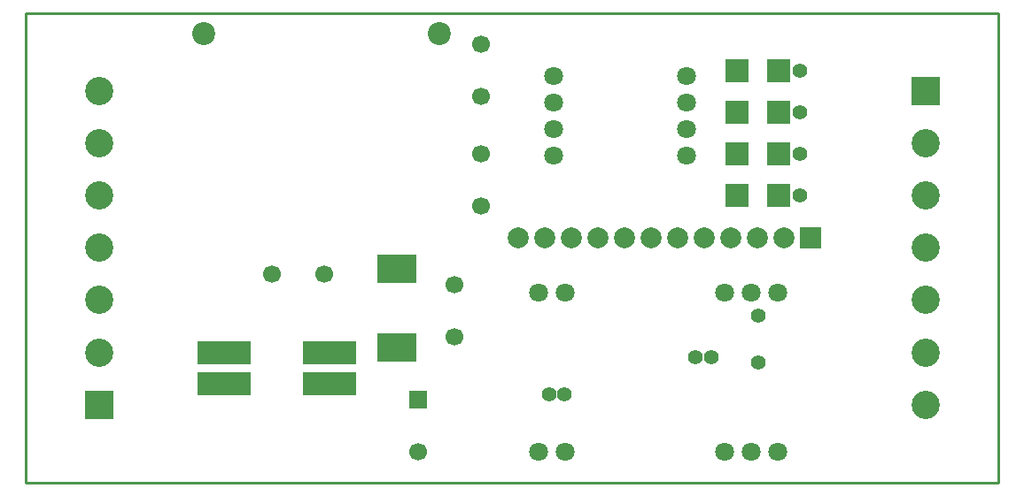
<source format=gts>
G04 Layer_Color=8388736*
%FSLAX42Y42*%
%MOMM*%
G71*
G01*
G75*
%ADD16C,0.25*%
%ADD20C,1.80*%
%ADD35R,5.20X2.20*%
%ADD36R,2.20X2.20*%
%ADD37R,3.70X2.70*%
%ADD38C,2.20*%
%ADD39C,1.70*%
%ADD40C,2.00*%
%ADD41R,2.00X2.00*%
%ADD42C,2.70*%
%ADD43R,2.70X2.70*%
%ADD44R,1.70X1.70*%
%ADD45C,1.40*%
D16*
X0Y0D02*
X9300D01*
Y4500D01*
X0D02*
X9300D01*
X0Y0D02*
Y4500D01*
D20*
X4904Y300D02*
D03*
X5158D02*
D03*
X7190D02*
D03*
Y1824D02*
D03*
X6682D02*
D03*
Y300D02*
D03*
X5158Y1824D02*
D03*
X4904D02*
D03*
X6936Y300D02*
D03*
Y1824D02*
D03*
X5050Y3900D02*
D03*
Y3646D02*
D03*
Y3392D02*
D03*
Y3138D02*
D03*
X6320D02*
D03*
Y3392D02*
D03*
Y3646D02*
D03*
Y3900D02*
D03*
D35*
X1900Y950D02*
D03*
Y1250D02*
D03*
X2900Y950D02*
D03*
Y1250D02*
D03*
D36*
X7200Y2750D02*
D03*
X6800D02*
D03*
Y3150D02*
D03*
X7200D02*
D03*
Y3550D02*
D03*
X6800D02*
D03*
Y3950D02*
D03*
X7200D02*
D03*
D37*
X3550Y2050D02*
D03*
Y1300D02*
D03*
D38*
X3950Y4300D02*
D03*
X1700D02*
D03*
D39*
X4350Y4200D02*
D03*
Y3700D02*
D03*
Y2650D02*
D03*
Y3150D02*
D03*
X4100Y1900D02*
D03*
Y1400D02*
D03*
X2350Y2000D02*
D03*
X2850D02*
D03*
X3750Y300D02*
D03*
D40*
X5214Y2350D02*
D03*
X4960D02*
D03*
X4706D02*
D03*
X5976D02*
D03*
X5722D02*
D03*
X5468D02*
D03*
X6230D02*
D03*
X6484D02*
D03*
X6738D02*
D03*
X6992D02*
D03*
X7246D02*
D03*
D41*
X7500D02*
D03*
D42*
X8600Y750D02*
D03*
Y1250D02*
D03*
Y1750D02*
D03*
Y2250D02*
D03*
Y3250D02*
D03*
Y2750D02*
D03*
X700Y3750D02*
D03*
Y3250D02*
D03*
Y2750D02*
D03*
Y2250D02*
D03*
Y1250D02*
D03*
Y1750D02*
D03*
D43*
X8600Y3750D02*
D03*
X700Y750D02*
D03*
D44*
X3750Y800D02*
D03*
D45*
X6550Y1200D02*
D03*
X6400D02*
D03*
X7000Y1150D02*
D03*
Y1600D02*
D03*
X5000Y850D02*
D03*
X5150D02*
D03*
X7400Y2750D02*
D03*
Y3150D02*
D03*
Y3550D02*
D03*
Y3950D02*
D03*
M02*

</source>
